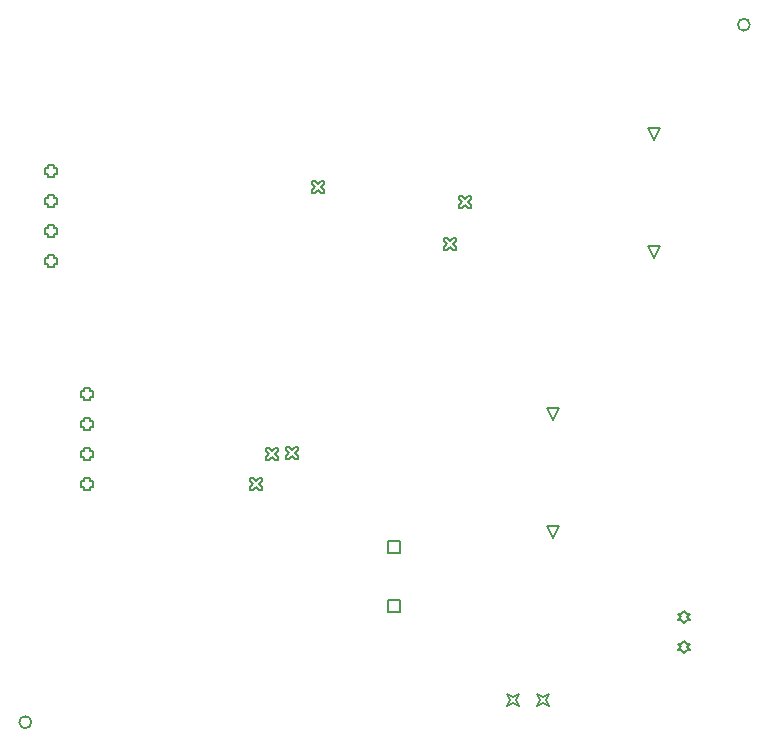
<source format=gbr>
G04*
G04 #@! TF.GenerationSoftware,Altium Limited,Altium Designer,22.4.2 (48)*
G04*
G04 Layer_Color=2752767*
%FSLAX25Y25*%
%MOIN*%
G70*
G04*
G04 #@! TF.SameCoordinates,897C8E4D-7720-40B5-A877-0FB78C4BABC8*
G04*
G04*
G04 #@! TF.FilePolarity,Positive*
G04*
G01*
G75*
%ADD11C,0.00500*%
%ADD42C,0.00667*%
D11*
X437000Y341343D02*
Y345343D01*
X441000D01*
Y341343D01*
X437000D01*
Y321657D02*
Y325657D01*
X441000D01*
Y321657D01*
X437000D01*
X492000Y385685D02*
X490000Y389685D01*
X494000D01*
X492000Y385685D01*
Y346315D02*
X490000Y350315D01*
X494000D01*
X492000Y346315D01*
X525626Y478965D02*
X523626Y482965D01*
X527626D01*
X525626Y478965D01*
Y439595D02*
X523626Y443595D01*
X527626D01*
X525626Y439595D01*
X535500Y318000D02*
X536500Y319000D01*
X537500D01*
X536500Y320000D01*
X537500Y321000D01*
X536500D01*
X535500Y322000D01*
X534500Y321000D01*
X533500D01*
X534500Y320000D01*
X533500Y319000D01*
X534500D01*
X535500Y318000D01*
Y308158D02*
X536500Y309158D01*
X537500D01*
X536500Y310158D01*
X537500Y311158D01*
X536500D01*
X535500Y312158D01*
X534500Y311158D01*
X533500D01*
X534500Y310158D01*
X533500Y309158D01*
X534500D01*
X535500Y308158D01*
X486500Y290500D02*
X487500Y292500D01*
X486500Y294500D01*
X488500Y293500D01*
X490500Y294500D01*
X489500Y292500D01*
X490500Y290500D01*
X488500Y291500D01*
X486500Y290500D01*
X476500D02*
X477500Y292500D01*
X476500Y294500D01*
X478500Y293500D01*
X480500Y294500D01*
X479500Y292500D01*
X480500Y290500D01*
X478500Y291500D01*
X476500Y290500D01*
X335500Y363500D02*
Y362500D01*
X337500D01*
Y363500D01*
X338500D01*
Y365500D01*
X337500D01*
Y366500D01*
X335500D01*
Y365500D01*
X334500D01*
Y363500D01*
X335500D01*
Y373500D02*
Y372500D01*
X337500D01*
Y373500D01*
X338500D01*
Y375500D01*
X337500D01*
Y376500D01*
X335500D01*
Y375500D01*
X334500D01*
Y373500D01*
X335500D01*
Y383500D02*
Y382500D01*
X337500D01*
Y383500D01*
X338500D01*
Y385500D01*
X337500D01*
Y386500D01*
X335500D01*
Y385500D01*
X334500D01*
Y383500D01*
X335500D01*
Y393500D02*
Y392500D01*
X337500D01*
Y393500D01*
X338500D01*
Y395500D01*
X337500D01*
Y396500D01*
X335500D01*
Y395500D01*
X334500D01*
Y393500D01*
X335500D01*
X323626Y437780D02*
Y436780D01*
X325626D01*
Y437780D01*
X326626D01*
Y439780D01*
X325626D01*
Y440780D01*
X323626D01*
Y439780D01*
X322626D01*
Y437780D01*
X323626D01*
Y447780D02*
Y446780D01*
X325626D01*
Y447780D01*
X326626D01*
Y449780D01*
X325626D01*
Y450780D01*
X323626D01*
Y449780D01*
X322626D01*
Y447780D01*
X323626D01*
Y457780D02*
Y456780D01*
X325626D01*
Y457780D01*
X326626D01*
Y459780D01*
X325626D01*
Y460780D01*
X323626D01*
Y459780D01*
X322626D01*
Y457780D01*
X323626D01*
Y467780D02*
Y466780D01*
X325626D01*
Y467780D01*
X326626D01*
Y469780D01*
X325626D01*
Y470780D01*
X323626D01*
Y469780D01*
X322626D01*
Y467780D01*
X323626D01*
X411400Y461500D02*
X412400D01*
X413400Y462500D01*
X414400Y461500D01*
X415400D01*
Y462500D01*
X414400Y463500D01*
X415400Y464500D01*
Y465500D01*
X414400D01*
X413400Y464500D01*
X412400Y465500D01*
X411400D01*
Y464500D01*
X412400Y463500D01*
X411400Y462500D01*
Y461500D01*
X455700Y442500D02*
X456700D01*
X457700Y443500D01*
X458700Y442500D01*
X459700D01*
Y443500D01*
X458700Y444500D01*
X459700Y445500D01*
Y446500D01*
X458700D01*
X457700Y445500D01*
X456700Y446500D01*
X455700D01*
Y445500D01*
X456700Y444500D01*
X455700Y443500D01*
Y442500D01*
X460600Y456500D02*
X461600D01*
X462600Y457500D01*
X463600Y456500D01*
X464600D01*
Y457500D01*
X463600Y458500D01*
X464600Y459500D01*
Y460500D01*
X463600D01*
X462600Y459500D01*
X461600Y460500D01*
X460600D01*
Y459500D01*
X461600Y458500D01*
X460600Y457500D01*
Y456500D01*
X403000Y372600D02*
X404000D01*
X405000Y373600D01*
X406000Y372600D01*
X407000D01*
Y373600D01*
X406000Y374600D01*
X407000Y375600D01*
Y376600D01*
X406000D01*
X405000Y375600D01*
X404000Y376600D01*
X403000D01*
Y375600D01*
X404000Y374600D01*
X403000Y373600D01*
Y372600D01*
X390900Y362500D02*
X391900D01*
X392900Y363500D01*
X393900Y362500D01*
X394900D01*
Y363500D01*
X393900Y364500D01*
X394900Y365500D01*
Y366500D01*
X393900D01*
X392900Y365500D01*
X391900Y366500D01*
X390900D01*
Y365500D01*
X391900Y364500D01*
X390900Y363500D01*
Y362500D01*
X396100Y372500D02*
X397100D01*
X398100Y373500D01*
X399100Y372500D01*
X400100D01*
Y373500D01*
X399100Y374500D01*
X400100Y375500D01*
Y376500D01*
X399100D01*
X398100Y375500D01*
X397100Y376500D01*
X396100D01*
Y375500D01*
X397100Y374500D01*
X396100Y373500D01*
Y372500D01*
D42*
X557500Y517500D02*
G03*
X557500Y517500I-2000J0D01*
G01*
X318000Y285000D02*
G03*
X318000Y285000I-2000J0D01*
G01*
M02*

</source>
